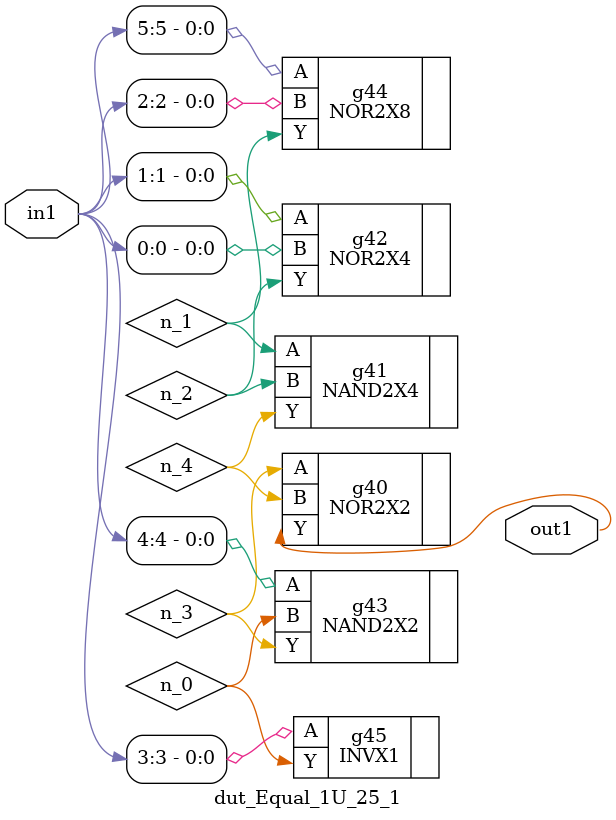
<source format=v>
`timescale 1ps / 1ps


module dut_Equal_1U_25_1(in1, out1);
  input [5:0] in1;
  output out1;
  wire [5:0] in1;
  wire out1;
  wire n_0, n_1, n_2, n_3, n_4;
  NOR2X2 g40(.A (n_3), .B (n_4), .Y (out1));
  NAND2X4 g41(.A (n_1), .B (n_2), .Y (n_4));
  NAND2X2 g43(.A (in1[4]), .B (n_0), .Y (n_3));
  NOR2X4 g42(.A (in1[1]), .B (in1[0]), .Y (n_2));
  NOR2X8 g44(.A (in1[5]), .B (in1[2]), .Y (n_1));
  INVX1 g45(.A (in1[3]), .Y (n_0));
endmodule



</source>
